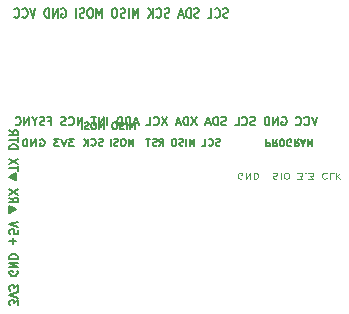
<source format=gbr>
G04 #@! TF.FileFunction,Legend,Bot*
%FSLAX46Y46*%
G04 Gerber Fmt 4.6, Leading zero omitted, Abs format (unit mm)*
G04 Created by KiCad (PCBNEW 4.0.2+dfsg1-stable) date 2018年05月25日 15時51分19秒*
%MOMM*%
G01*
G04 APERTURE LIST*
%ADD10C,0.100000*%
%ADD11C,0.150000*%
%ADD12C,0.175000*%
%ADD13C,0.125000*%
G04 APERTURE END LIST*
D10*
D11*
X69218371Y-76407657D02*
X69132657Y-76436229D01*
X68989800Y-76436229D01*
X68932657Y-76407657D01*
X68904086Y-76379086D01*
X68875514Y-76321943D01*
X68875514Y-76264800D01*
X68904086Y-76207657D01*
X68932657Y-76179086D01*
X68989800Y-76150514D01*
X69104086Y-76121943D01*
X69161228Y-76093371D01*
X69189800Y-76064800D01*
X69218371Y-76007657D01*
X69218371Y-75950514D01*
X69189800Y-75893371D01*
X69161228Y-75864800D01*
X69104086Y-75836229D01*
X68961228Y-75836229D01*
X68875514Y-75864800D01*
X68275514Y-76379086D02*
X68304085Y-76407657D01*
X68389799Y-76436229D01*
X68446942Y-76436229D01*
X68532657Y-76407657D01*
X68589799Y-76350514D01*
X68618371Y-76293371D01*
X68646942Y-76179086D01*
X68646942Y-76093371D01*
X68618371Y-75979086D01*
X68589799Y-75921943D01*
X68532657Y-75864800D01*
X68446942Y-75836229D01*
X68389799Y-75836229D01*
X68304085Y-75864800D01*
X68275514Y-75893371D01*
X67732657Y-76436229D02*
X68018371Y-76436229D01*
X68018371Y-75836229D01*
X67075514Y-76436229D02*
X67075514Y-75836229D01*
X66875514Y-76264800D01*
X66675514Y-75836229D01*
X66675514Y-76436229D01*
X66389800Y-76436229D02*
X66389800Y-75836229D01*
X66132657Y-76407657D02*
X66046943Y-76436229D01*
X65904086Y-76436229D01*
X65846943Y-76407657D01*
X65818372Y-76379086D01*
X65789800Y-76321943D01*
X65789800Y-76264800D01*
X65818372Y-76207657D01*
X65846943Y-76179086D01*
X65904086Y-76150514D01*
X66018372Y-76121943D01*
X66075514Y-76093371D01*
X66104086Y-76064800D01*
X66132657Y-76007657D01*
X66132657Y-75950514D01*
X66104086Y-75893371D01*
X66075514Y-75864800D01*
X66018372Y-75836229D01*
X65875514Y-75836229D01*
X65789800Y-75864800D01*
X65418371Y-75836229D02*
X65304085Y-75836229D01*
X65246943Y-75864800D01*
X65189800Y-75921943D01*
X65161228Y-76036229D01*
X65161228Y-76236229D01*
X65189800Y-76350514D01*
X65246943Y-76407657D01*
X65304085Y-76436229D01*
X65418371Y-76436229D01*
X65475514Y-76407657D01*
X65532657Y-76350514D01*
X65561228Y-76236229D01*
X65561228Y-76036229D01*
X65532657Y-75921943D01*
X65475514Y-75864800D01*
X65418371Y-75836229D01*
X64104086Y-76436229D02*
X64304086Y-76150514D01*
X64446943Y-76436229D02*
X64446943Y-75836229D01*
X64218371Y-75836229D01*
X64161229Y-75864800D01*
X64132657Y-75893371D01*
X64104086Y-75950514D01*
X64104086Y-76036229D01*
X64132657Y-76093371D01*
X64161229Y-76121943D01*
X64218371Y-76150514D01*
X64446943Y-76150514D01*
X63875514Y-76407657D02*
X63789800Y-76436229D01*
X63646943Y-76436229D01*
X63589800Y-76407657D01*
X63561229Y-76379086D01*
X63532657Y-76321943D01*
X63532657Y-76264800D01*
X63561229Y-76207657D01*
X63589800Y-76179086D01*
X63646943Y-76150514D01*
X63761229Y-76121943D01*
X63818371Y-76093371D01*
X63846943Y-76064800D01*
X63875514Y-76007657D01*
X63875514Y-75950514D01*
X63846943Y-75893371D01*
X63818371Y-75864800D01*
X63761229Y-75836229D01*
X63618371Y-75836229D01*
X63532657Y-75864800D01*
X63361228Y-75836229D02*
X63018371Y-75836229D01*
X63189800Y-76436229D02*
X63189800Y-75836229D01*
X61904085Y-76436229D02*
X61904085Y-75836229D01*
X61704085Y-76264800D01*
X61504085Y-75836229D01*
X61504085Y-76436229D01*
X61104085Y-75836229D02*
X60989799Y-75836229D01*
X60932657Y-75864800D01*
X60875514Y-75921943D01*
X60846942Y-76036229D01*
X60846942Y-76236229D01*
X60875514Y-76350514D01*
X60932657Y-76407657D01*
X60989799Y-76436229D01*
X61104085Y-76436229D01*
X61161228Y-76407657D01*
X61218371Y-76350514D01*
X61246942Y-76236229D01*
X61246942Y-76036229D01*
X61218371Y-75921943D01*
X61161228Y-75864800D01*
X61104085Y-75836229D01*
X60618371Y-76407657D02*
X60532657Y-76436229D01*
X60389800Y-76436229D01*
X60332657Y-76407657D01*
X60304086Y-76379086D01*
X60275514Y-76321943D01*
X60275514Y-76264800D01*
X60304086Y-76207657D01*
X60332657Y-76179086D01*
X60389800Y-76150514D01*
X60504086Y-76121943D01*
X60561228Y-76093371D01*
X60589800Y-76064800D01*
X60618371Y-76007657D01*
X60618371Y-75950514D01*
X60589800Y-75893371D01*
X60561228Y-75864800D01*
X60504086Y-75836229D01*
X60361228Y-75836229D01*
X60275514Y-75864800D01*
X60018371Y-76436229D02*
X60018371Y-75836229D01*
X59304085Y-76407657D02*
X59218371Y-76436229D01*
X59075514Y-76436229D01*
X59018371Y-76407657D01*
X58989800Y-76379086D01*
X58961228Y-76321943D01*
X58961228Y-76264800D01*
X58989800Y-76207657D01*
X59018371Y-76179086D01*
X59075514Y-76150514D01*
X59189800Y-76121943D01*
X59246942Y-76093371D01*
X59275514Y-76064800D01*
X59304085Y-76007657D01*
X59304085Y-75950514D01*
X59275514Y-75893371D01*
X59246942Y-75864800D01*
X59189800Y-75836229D01*
X59046942Y-75836229D01*
X58961228Y-75864800D01*
X58361228Y-76379086D02*
X58389799Y-76407657D01*
X58475513Y-76436229D01*
X58532656Y-76436229D01*
X58618371Y-76407657D01*
X58675513Y-76350514D01*
X58704085Y-76293371D01*
X58732656Y-76179086D01*
X58732656Y-76093371D01*
X58704085Y-75979086D01*
X58675513Y-75921943D01*
X58618371Y-75864800D01*
X58532656Y-75836229D01*
X58475513Y-75836229D01*
X58389799Y-75864800D01*
X58361228Y-75893371D01*
X58104085Y-76436229D02*
X58104085Y-75836229D01*
X57761228Y-76436229D02*
X58018371Y-76093371D01*
X57761228Y-75836229D02*
X58104085Y-76179086D01*
X62038542Y-75064629D02*
X62038542Y-74464629D01*
X61838542Y-74893200D01*
X61638542Y-74464629D01*
X61638542Y-75064629D01*
X61352828Y-75064629D02*
X61352828Y-74464629D01*
X61095685Y-75036057D02*
X61009971Y-75064629D01*
X60867114Y-75064629D01*
X60809971Y-75036057D01*
X60781400Y-75007486D01*
X60752828Y-74950343D01*
X60752828Y-74893200D01*
X60781400Y-74836057D01*
X60809971Y-74807486D01*
X60867114Y-74778914D01*
X60981400Y-74750343D01*
X61038542Y-74721771D01*
X61067114Y-74693200D01*
X61095685Y-74636057D01*
X61095685Y-74578914D01*
X61067114Y-74521771D01*
X61038542Y-74493200D01*
X60981400Y-74464629D01*
X60838542Y-74464629D01*
X60752828Y-74493200D01*
X60381399Y-74464629D02*
X60267113Y-74464629D01*
X60209971Y-74493200D01*
X60152828Y-74550343D01*
X60124256Y-74664629D01*
X60124256Y-74864629D01*
X60152828Y-74978914D01*
X60209971Y-75036057D01*
X60267113Y-75064629D01*
X60381399Y-75064629D01*
X60438542Y-75036057D01*
X60495685Y-74978914D01*
X60524256Y-74864629D01*
X60524256Y-74664629D01*
X60495685Y-74550343D01*
X60438542Y-74493200D01*
X60381399Y-74464629D01*
X59409971Y-75064629D02*
X59409971Y-74464629D01*
X59209971Y-74893200D01*
X59009971Y-74464629D01*
X59009971Y-75064629D01*
X58609971Y-74464629D02*
X58495685Y-74464629D01*
X58438543Y-74493200D01*
X58381400Y-74550343D01*
X58352828Y-74664629D01*
X58352828Y-74864629D01*
X58381400Y-74978914D01*
X58438543Y-75036057D01*
X58495685Y-75064629D01*
X58609971Y-75064629D01*
X58667114Y-75036057D01*
X58724257Y-74978914D01*
X58752828Y-74864629D01*
X58752828Y-74664629D01*
X58724257Y-74550343D01*
X58667114Y-74493200D01*
X58609971Y-74464629D01*
X58124257Y-75036057D02*
X58038543Y-75064629D01*
X57895686Y-75064629D01*
X57838543Y-75036057D01*
X57809972Y-75007486D01*
X57781400Y-74950343D01*
X57781400Y-74893200D01*
X57809972Y-74836057D01*
X57838543Y-74807486D01*
X57895686Y-74778914D01*
X58009972Y-74750343D01*
X58067114Y-74721771D01*
X58095686Y-74693200D01*
X58124257Y-74636057D01*
X58124257Y-74578914D01*
X58095686Y-74521771D01*
X58067114Y-74493200D01*
X58009972Y-74464629D01*
X57867114Y-74464629D01*
X57781400Y-74493200D01*
X57524257Y-75064629D02*
X57524257Y-74464629D01*
D12*
X69923599Y-65566610D02*
X69823599Y-65604705D01*
X69656932Y-65604705D01*
X69590265Y-65566610D01*
X69556932Y-65528514D01*
X69523599Y-65452324D01*
X69523599Y-65376133D01*
X69556932Y-65299943D01*
X69590265Y-65261848D01*
X69656932Y-65223752D01*
X69790265Y-65185657D01*
X69856932Y-65147562D01*
X69890265Y-65109467D01*
X69923599Y-65033276D01*
X69923599Y-64957086D01*
X69890265Y-64880895D01*
X69856932Y-64842800D01*
X69790265Y-64804705D01*
X69623599Y-64804705D01*
X69523599Y-64842800D01*
X68823598Y-65528514D02*
X68856932Y-65566610D01*
X68956932Y-65604705D01*
X69023598Y-65604705D01*
X69123598Y-65566610D01*
X69190265Y-65490419D01*
X69223598Y-65414229D01*
X69256932Y-65261848D01*
X69256932Y-65147562D01*
X69223598Y-64995181D01*
X69190265Y-64918990D01*
X69123598Y-64842800D01*
X69023598Y-64804705D01*
X68956932Y-64804705D01*
X68856932Y-64842800D01*
X68823598Y-64880895D01*
X68190265Y-65604705D02*
X68523598Y-65604705D01*
X68523598Y-64804705D01*
X67456932Y-65566610D02*
X67356932Y-65604705D01*
X67190265Y-65604705D01*
X67123598Y-65566610D01*
X67090265Y-65528514D01*
X67056932Y-65452324D01*
X67056932Y-65376133D01*
X67090265Y-65299943D01*
X67123598Y-65261848D01*
X67190265Y-65223752D01*
X67323598Y-65185657D01*
X67390265Y-65147562D01*
X67423598Y-65109467D01*
X67456932Y-65033276D01*
X67456932Y-64957086D01*
X67423598Y-64880895D01*
X67390265Y-64842800D01*
X67323598Y-64804705D01*
X67156932Y-64804705D01*
X67056932Y-64842800D01*
X66756931Y-65604705D02*
X66756931Y-64804705D01*
X66590265Y-64804705D01*
X66490265Y-64842800D01*
X66423598Y-64918990D01*
X66390265Y-64995181D01*
X66356931Y-65147562D01*
X66356931Y-65261848D01*
X66390265Y-65414229D01*
X66423598Y-65490419D01*
X66490265Y-65566610D01*
X66590265Y-65604705D01*
X66756931Y-65604705D01*
X66090265Y-65376133D02*
X65756931Y-65376133D01*
X66156931Y-65604705D02*
X65923598Y-64804705D01*
X65690265Y-65604705D01*
X64956932Y-65566610D02*
X64856932Y-65604705D01*
X64690265Y-65604705D01*
X64623598Y-65566610D01*
X64590265Y-65528514D01*
X64556932Y-65452324D01*
X64556932Y-65376133D01*
X64590265Y-65299943D01*
X64623598Y-65261848D01*
X64690265Y-65223752D01*
X64823598Y-65185657D01*
X64890265Y-65147562D01*
X64923598Y-65109467D01*
X64956932Y-65033276D01*
X64956932Y-64957086D01*
X64923598Y-64880895D01*
X64890265Y-64842800D01*
X64823598Y-64804705D01*
X64656932Y-64804705D01*
X64556932Y-64842800D01*
X63856931Y-65528514D02*
X63890265Y-65566610D01*
X63990265Y-65604705D01*
X64056931Y-65604705D01*
X64156931Y-65566610D01*
X64223598Y-65490419D01*
X64256931Y-65414229D01*
X64290265Y-65261848D01*
X64290265Y-65147562D01*
X64256931Y-64995181D01*
X64223598Y-64918990D01*
X64156931Y-64842800D01*
X64056931Y-64804705D01*
X63990265Y-64804705D01*
X63890265Y-64842800D01*
X63856931Y-64880895D01*
X63556931Y-65604705D02*
X63556931Y-64804705D01*
X63156931Y-65604705D02*
X63456931Y-65147562D01*
X63156931Y-64804705D02*
X63556931Y-65261848D01*
X62323598Y-65604705D02*
X62323598Y-64804705D01*
X62090265Y-65376133D01*
X61856932Y-64804705D01*
X61856932Y-65604705D01*
X61523598Y-65604705D02*
X61523598Y-64804705D01*
X61223599Y-65566610D02*
X61123599Y-65604705D01*
X60956932Y-65604705D01*
X60890265Y-65566610D01*
X60856932Y-65528514D01*
X60823599Y-65452324D01*
X60823599Y-65376133D01*
X60856932Y-65299943D01*
X60890265Y-65261848D01*
X60956932Y-65223752D01*
X61090265Y-65185657D01*
X61156932Y-65147562D01*
X61190265Y-65109467D01*
X61223599Y-65033276D01*
X61223599Y-64957086D01*
X61190265Y-64880895D01*
X61156932Y-64842800D01*
X61090265Y-64804705D01*
X60923599Y-64804705D01*
X60823599Y-64842800D01*
X60390265Y-64804705D02*
X60256932Y-64804705D01*
X60190265Y-64842800D01*
X60123598Y-64918990D01*
X60090265Y-65071371D01*
X60090265Y-65338038D01*
X60123598Y-65490419D01*
X60190265Y-65566610D01*
X60256932Y-65604705D01*
X60390265Y-65604705D01*
X60456932Y-65566610D01*
X60523598Y-65490419D01*
X60556932Y-65338038D01*
X60556932Y-65071371D01*
X60523598Y-64918990D01*
X60456932Y-64842800D01*
X60390265Y-64804705D01*
X59256932Y-65604705D02*
X59256932Y-64804705D01*
X59023599Y-65376133D01*
X58790266Y-64804705D01*
X58790266Y-65604705D01*
X58323599Y-64804705D02*
X58190266Y-64804705D01*
X58123599Y-64842800D01*
X58056932Y-64918990D01*
X58023599Y-65071371D01*
X58023599Y-65338038D01*
X58056932Y-65490419D01*
X58123599Y-65566610D01*
X58190266Y-65604705D01*
X58323599Y-65604705D01*
X58390266Y-65566610D01*
X58456932Y-65490419D01*
X58490266Y-65338038D01*
X58490266Y-65071371D01*
X58456932Y-64918990D01*
X58390266Y-64842800D01*
X58323599Y-64804705D01*
X57756933Y-65566610D02*
X57656933Y-65604705D01*
X57490266Y-65604705D01*
X57423599Y-65566610D01*
X57390266Y-65528514D01*
X57356933Y-65452324D01*
X57356933Y-65376133D01*
X57390266Y-65299943D01*
X57423599Y-65261848D01*
X57490266Y-65223752D01*
X57623599Y-65185657D01*
X57690266Y-65147562D01*
X57723599Y-65109467D01*
X57756933Y-65033276D01*
X57756933Y-64957086D01*
X57723599Y-64880895D01*
X57690266Y-64842800D01*
X57623599Y-64804705D01*
X57456933Y-64804705D01*
X57356933Y-64842800D01*
X57056932Y-65604705D02*
X57056932Y-64804705D01*
X55823600Y-64842800D02*
X55890266Y-64804705D01*
X55990266Y-64804705D01*
X56090266Y-64842800D01*
X56156933Y-64918990D01*
X56190266Y-64995181D01*
X56223600Y-65147562D01*
X56223600Y-65261848D01*
X56190266Y-65414229D01*
X56156933Y-65490419D01*
X56090266Y-65566610D01*
X55990266Y-65604705D01*
X55923600Y-65604705D01*
X55823600Y-65566610D01*
X55790266Y-65528514D01*
X55790266Y-65261848D01*
X55923600Y-65261848D01*
X55490266Y-65604705D02*
X55490266Y-64804705D01*
X55090266Y-65604705D01*
X55090266Y-64804705D01*
X54756933Y-65604705D02*
X54756933Y-64804705D01*
X54590267Y-64804705D01*
X54490267Y-64842800D01*
X54423600Y-64918990D01*
X54390267Y-64995181D01*
X54356933Y-65147562D01*
X54356933Y-65261848D01*
X54390267Y-65414229D01*
X54423600Y-65490419D01*
X54490267Y-65566610D01*
X54590267Y-65604705D01*
X54756933Y-65604705D01*
X53623600Y-64804705D02*
X53390267Y-65604705D01*
X53156934Y-64804705D01*
X52523600Y-65528514D02*
X52556934Y-65566610D01*
X52656934Y-65604705D01*
X52723600Y-65604705D01*
X52823600Y-65566610D01*
X52890267Y-65490419D01*
X52923600Y-65414229D01*
X52956934Y-65261848D01*
X52956934Y-65147562D01*
X52923600Y-64995181D01*
X52890267Y-64918990D01*
X52823600Y-64842800D01*
X52723600Y-64804705D01*
X52656934Y-64804705D01*
X52556934Y-64842800D01*
X52523600Y-64880895D01*
X51823600Y-65528514D02*
X51856934Y-65566610D01*
X51956934Y-65604705D01*
X52023600Y-65604705D01*
X52123600Y-65566610D01*
X52190267Y-65490419D01*
X52223600Y-65414229D01*
X52256934Y-65261848D01*
X52256934Y-65147562D01*
X52223600Y-64995181D01*
X52190267Y-64918990D01*
X52123600Y-64842800D01*
X52023600Y-64804705D01*
X51956934Y-64804705D01*
X51856934Y-64842800D01*
X51823600Y-64880895D01*
D11*
X77483598Y-74003467D02*
X77250265Y-74703467D01*
X77016932Y-74003467D01*
X76383598Y-74636800D02*
X76416932Y-74670133D01*
X76516932Y-74703467D01*
X76583598Y-74703467D01*
X76683598Y-74670133D01*
X76750265Y-74603467D01*
X76783598Y-74536800D01*
X76816932Y-74403467D01*
X76816932Y-74303467D01*
X76783598Y-74170133D01*
X76750265Y-74103467D01*
X76683598Y-74036800D01*
X76583598Y-74003467D01*
X76516932Y-74003467D01*
X76416932Y-74036800D01*
X76383598Y-74070133D01*
X75683598Y-74636800D02*
X75716932Y-74670133D01*
X75816932Y-74703467D01*
X75883598Y-74703467D01*
X75983598Y-74670133D01*
X76050265Y-74603467D01*
X76083598Y-74536800D01*
X76116932Y-74403467D01*
X76116932Y-74303467D01*
X76083598Y-74170133D01*
X76050265Y-74103467D01*
X75983598Y-74036800D01*
X75883598Y-74003467D01*
X75816932Y-74003467D01*
X75716932Y-74036800D01*
X75683598Y-74070133D01*
X74483599Y-74036800D02*
X74550265Y-74003467D01*
X74650265Y-74003467D01*
X74750265Y-74036800D01*
X74816932Y-74103467D01*
X74850265Y-74170133D01*
X74883599Y-74303467D01*
X74883599Y-74403467D01*
X74850265Y-74536800D01*
X74816932Y-74603467D01*
X74750265Y-74670133D01*
X74650265Y-74703467D01*
X74583599Y-74703467D01*
X74483599Y-74670133D01*
X74450265Y-74636800D01*
X74450265Y-74403467D01*
X74583599Y-74403467D01*
X74150265Y-74703467D02*
X74150265Y-74003467D01*
X73750265Y-74703467D01*
X73750265Y-74003467D01*
X73416932Y-74703467D02*
X73416932Y-74003467D01*
X73250266Y-74003467D01*
X73150266Y-74036800D01*
X73083599Y-74103467D01*
X73050266Y-74170133D01*
X73016932Y-74303467D01*
X73016932Y-74403467D01*
X73050266Y-74536800D01*
X73083599Y-74603467D01*
X73150266Y-74670133D01*
X73250266Y-74703467D01*
X73416932Y-74703467D01*
X72216933Y-74670133D02*
X72116933Y-74703467D01*
X71950266Y-74703467D01*
X71883599Y-74670133D01*
X71850266Y-74636800D01*
X71816933Y-74570133D01*
X71816933Y-74503467D01*
X71850266Y-74436800D01*
X71883599Y-74403467D01*
X71950266Y-74370133D01*
X72083599Y-74336800D01*
X72150266Y-74303467D01*
X72183599Y-74270133D01*
X72216933Y-74203467D01*
X72216933Y-74136800D01*
X72183599Y-74070133D01*
X72150266Y-74036800D01*
X72083599Y-74003467D01*
X71916933Y-74003467D01*
X71816933Y-74036800D01*
X71116932Y-74636800D02*
X71150266Y-74670133D01*
X71250266Y-74703467D01*
X71316932Y-74703467D01*
X71416932Y-74670133D01*
X71483599Y-74603467D01*
X71516932Y-74536800D01*
X71550266Y-74403467D01*
X71550266Y-74303467D01*
X71516932Y-74170133D01*
X71483599Y-74103467D01*
X71416932Y-74036800D01*
X71316932Y-74003467D01*
X71250266Y-74003467D01*
X71150266Y-74036800D01*
X71116932Y-74070133D01*
X70483599Y-74703467D02*
X70816932Y-74703467D01*
X70816932Y-74003467D01*
X69750266Y-74670133D02*
X69650266Y-74703467D01*
X69483599Y-74703467D01*
X69416932Y-74670133D01*
X69383599Y-74636800D01*
X69350266Y-74570133D01*
X69350266Y-74503467D01*
X69383599Y-74436800D01*
X69416932Y-74403467D01*
X69483599Y-74370133D01*
X69616932Y-74336800D01*
X69683599Y-74303467D01*
X69716932Y-74270133D01*
X69750266Y-74203467D01*
X69750266Y-74136800D01*
X69716932Y-74070133D01*
X69683599Y-74036800D01*
X69616932Y-74003467D01*
X69450266Y-74003467D01*
X69350266Y-74036800D01*
X69050265Y-74703467D02*
X69050265Y-74003467D01*
X68883599Y-74003467D01*
X68783599Y-74036800D01*
X68716932Y-74103467D01*
X68683599Y-74170133D01*
X68650265Y-74303467D01*
X68650265Y-74403467D01*
X68683599Y-74536800D01*
X68716932Y-74603467D01*
X68783599Y-74670133D01*
X68883599Y-74703467D01*
X69050265Y-74703467D01*
X68383599Y-74503467D02*
X68050265Y-74503467D01*
X68450265Y-74703467D02*
X68216932Y-74003467D01*
X67983599Y-74703467D01*
X67283599Y-74003467D02*
X66816932Y-74703467D01*
X66816932Y-74003467D02*
X67283599Y-74703467D01*
X66550265Y-74703467D02*
X66550265Y-74003467D01*
X66383599Y-74003467D01*
X66283599Y-74036800D01*
X66216932Y-74103467D01*
X66183599Y-74170133D01*
X66150265Y-74303467D01*
X66150265Y-74403467D01*
X66183599Y-74536800D01*
X66216932Y-74603467D01*
X66283599Y-74670133D01*
X66383599Y-74703467D01*
X66550265Y-74703467D01*
X65883599Y-74503467D02*
X65550265Y-74503467D01*
X65950265Y-74703467D02*
X65716932Y-74003467D01*
X65483599Y-74703467D01*
X64783599Y-74003467D02*
X64316932Y-74703467D01*
X64316932Y-74003467D02*
X64783599Y-74703467D01*
X63650265Y-74636800D02*
X63683599Y-74670133D01*
X63783599Y-74703467D01*
X63850265Y-74703467D01*
X63950265Y-74670133D01*
X64016932Y-74603467D01*
X64050265Y-74536800D01*
X64083599Y-74403467D01*
X64083599Y-74303467D01*
X64050265Y-74170133D01*
X64016932Y-74103467D01*
X63950265Y-74036800D01*
X63850265Y-74003467D01*
X63783599Y-74003467D01*
X63683599Y-74036800D01*
X63650265Y-74070133D01*
X63016932Y-74703467D02*
X63350265Y-74703467D01*
X63350265Y-74003467D01*
X62283599Y-74503467D02*
X61950265Y-74503467D01*
X62350265Y-74703467D02*
X62116932Y-74003467D01*
X61883599Y-74703467D01*
X61650265Y-74703467D02*
X61650265Y-74003467D01*
X61483599Y-74003467D01*
X61383599Y-74036800D01*
X61316932Y-74103467D01*
X61283599Y-74170133D01*
X61250265Y-74303467D01*
X61250265Y-74403467D01*
X61283599Y-74536800D01*
X61316932Y-74603467D01*
X61383599Y-74670133D01*
X61483599Y-74703467D01*
X61650265Y-74703467D01*
X60950265Y-74703467D02*
X60950265Y-74003467D01*
X60783599Y-74003467D01*
X60683599Y-74036800D01*
X60616932Y-74103467D01*
X60583599Y-74170133D01*
X60550265Y-74303467D01*
X60550265Y-74403467D01*
X60583599Y-74536800D01*
X60616932Y-74603467D01*
X60683599Y-74670133D01*
X60783599Y-74703467D01*
X60950265Y-74703467D01*
X59716932Y-74703467D02*
X59716932Y-74003467D01*
X59383599Y-74703467D02*
X59383599Y-74003467D01*
X58983599Y-74703467D01*
X58983599Y-74003467D01*
X58750266Y-74003467D02*
X58350266Y-74003467D01*
X58550266Y-74703467D02*
X58550266Y-74003467D01*
X57583600Y-74703467D02*
X57583600Y-74003467D01*
X57183600Y-74703467D01*
X57183600Y-74003467D01*
X56450267Y-74636800D02*
X56483601Y-74670133D01*
X56583601Y-74703467D01*
X56650267Y-74703467D01*
X56750267Y-74670133D01*
X56816934Y-74603467D01*
X56850267Y-74536800D01*
X56883601Y-74403467D01*
X56883601Y-74303467D01*
X56850267Y-74170133D01*
X56816934Y-74103467D01*
X56750267Y-74036800D01*
X56650267Y-74003467D01*
X56583601Y-74003467D01*
X56483601Y-74036800D01*
X56450267Y-74070133D01*
X56183601Y-74670133D02*
X56083601Y-74703467D01*
X55916934Y-74703467D01*
X55850267Y-74670133D01*
X55816934Y-74636800D01*
X55783601Y-74570133D01*
X55783601Y-74503467D01*
X55816934Y-74436800D01*
X55850267Y-74403467D01*
X55916934Y-74370133D01*
X56050267Y-74336800D01*
X56116934Y-74303467D01*
X56150267Y-74270133D01*
X56183601Y-74203467D01*
X56183601Y-74136800D01*
X56150267Y-74070133D01*
X56116934Y-74036800D01*
X56050267Y-74003467D01*
X55883601Y-74003467D01*
X55783601Y-74036800D01*
X54716934Y-74336800D02*
X54950267Y-74336800D01*
X54950267Y-74703467D02*
X54950267Y-74003467D01*
X54616934Y-74003467D01*
X54383601Y-74670133D02*
X54283601Y-74703467D01*
X54116934Y-74703467D01*
X54050267Y-74670133D01*
X54016934Y-74636800D01*
X53983601Y-74570133D01*
X53983601Y-74503467D01*
X54016934Y-74436800D01*
X54050267Y-74403467D01*
X54116934Y-74370133D01*
X54250267Y-74336800D01*
X54316934Y-74303467D01*
X54350267Y-74270133D01*
X54383601Y-74203467D01*
X54383601Y-74136800D01*
X54350267Y-74070133D01*
X54316934Y-74036800D01*
X54250267Y-74003467D01*
X54083601Y-74003467D01*
X53983601Y-74036800D01*
X53550267Y-74370133D02*
X53550267Y-74703467D01*
X53783600Y-74003467D02*
X53550267Y-74370133D01*
X53316934Y-74003467D01*
X53083600Y-74703467D02*
X53083600Y-74003467D01*
X52683600Y-74703467D01*
X52683600Y-74003467D01*
X51950267Y-74636800D02*
X51983601Y-74670133D01*
X52083601Y-74703467D01*
X52150267Y-74703467D01*
X52250267Y-74670133D01*
X52316934Y-74603467D01*
X52350267Y-74536800D01*
X52383601Y-74403467D01*
X52383601Y-74303467D01*
X52350267Y-74170133D01*
X52316934Y-74103467D01*
X52250267Y-74036800D01*
X52150267Y-74003467D01*
X52083601Y-74003467D01*
X51983601Y-74036800D01*
X51950267Y-74070133D01*
X73126172Y-75893371D02*
X73126172Y-76493371D01*
X73354744Y-76493371D01*
X73411886Y-76464800D01*
X73440458Y-76436229D01*
X73469029Y-76379086D01*
X73469029Y-76293371D01*
X73440458Y-76236229D01*
X73411886Y-76207657D01*
X73354744Y-76179086D01*
X73126172Y-76179086D01*
X74069029Y-75893371D02*
X73869029Y-76179086D01*
X73726172Y-75893371D02*
X73726172Y-76493371D01*
X73954744Y-76493371D01*
X74011886Y-76464800D01*
X74040458Y-76436229D01*
X74069029Y-76379086D01*
X74069029Y-76293371D01*
X74040458Y-76236229D01*
X74011886Y-76207657D01*
X73954744Y-76179086D01*
X73726172Y-76179086D01*
X74440458Y-76493371D02*
X74554744Y-76493371D01*
X74611886Y-76464800D01*
X74669029Y-76407657D01*
X74697601Y-76293371D01*
X74697601Y-76093371D01*
X74669029Y-75979086D01*
X74611886Y-75921943D01*
X74554744Y-75893371D01*
X74440458Y-75893371D01*
X74383315Y-75921943D01*
X74326172Y-75979086D01*
X74297601Y-76093371D01*
X74297601Y-76293371D01*
X74326172Y-76407657D01*
X74383315Y-76464800D01*
X74440458Y-76493371D01*
X75269029Y-76464800D02*
X75211886Y-76493371D01*
X75126172Y-76493371D01*
X75040457Y-76464800D01*
X74983315Y-76407657D01*
X74954743Y-76350514D01*
X74926172Y-76236229D01*
X74926172Y-76150514D01*
X74954743Y-76036229D01*
X74983315Y-75979086D01*
X75040457Y-75921943D01*
X75126172Y-75893371D01*
X75183315Y-75893371D01*
X75269029Y-75921943D01*
X75297600Y-75950514D01*
X75297600Y-76150514D01*
X75183315Y-76150514D01*
X75897600Y-75893371D02*
X75697600Y-76179086D01*
X75554743Y-75893371D02*
X75554743Y-76493371D01*
X75783315Y-76493371D01*
X75840457Y-76464800D01*
X75869029Y-76436229D01*
X75897600Y-76379086D01*
X75897600Y-76293371D01*
X75869029Y-76236229D01*
X75840457Y-76207657D01*
X75783315Y-76179086D01*
X75554743Y-76179086D01*
X76126172Y-76064800D02*
X76411886Y-76064800D01*
X76069029Y-75893371D02*
X76269029Y-76493371D01*
X76469029Y-75893371D01*
X76669029Y-75893371D02*
X76669029Y-76493371D01*
X76869029Y-76064800D01*
X77069029Y-76493371D01*
X77069029Y-75893371D01*
D12*
X52112933Y-89964800D02*
X52112933Y-89531467D01*
X51846267Y-89764800D01*
X51846267Y-89664800D01*
X51812933Y-89598133D01*
X51779600Y-89564800D01*
X51712933Y-89531467D01*
X51546267Y-89531467D01*
X51479600Y-89564800D01*
X51446267Y-89598133D01*
X51412933Y-89664800D01*
X51412933Y-89864800D01*
X51446267Y-89931467D01*
X51479600Y-89964800D01*
X52112933Y-89331466D02*
X51412933Y-89098133D01*
X52112933Y-88864800D01*
X52112933Y-88698133D02*
X52112933Y-88264800D01*
X51846267Y-88498133D01*
X51846267Y-88398133D01*
X51812933Y-88331466D01*
X51779600Y-88298133D01*
X51712933Y-88264800D01*
X51546267Y-88264800D01*
X51479600Y-88298133D01*
X51446267Y-88331466D01*
X51412933Y-88398133D01*
X51412933Y-88598133D01*
X51446267Y-88664800D01*
X51479600Y-88698133D01*
X52079600Y-87064800D02*
X52112933Y-87131466D01*
X52112933Y-87231466D01*
X52079600Y-87331466D01*
X52012933Y-87398133D01*
X51946267Y-87431466D01*
X51812933Y-87464800D01*
X51712933Y-87464800D01*
X51579600Y-87431466D01*
X51512933Y-87398133D01*
X51446267Y-87331466D01*
X51412933Y-87231466D01*
X51412933Y-87164800D01*
X51446267Y-87064800D01*
X51479600Y-87031466D01*
X51712933Y-87031466D01*
X51712933Y-87164800D01*
X51412933Y-86731466D02*
X52112933Y-86731466D01*
X51412933Y-86331466D01*
X52112933Y-86331466D01*
X51412933Y-85998133D02*
X52112933Y-85998133D01*
X52112933Y-85831467D01*
X52079600Y-85731467D01*
X52012933Y-85664800D01*
X51946267Y-85631467D01*
X51812933Y-85598133D01*
X51712933Y-85598133D01*
X51579600Y-85631467D01*
X51512933Y-85664800D01*
X51446267Y-85731467D01*
X51412933Y-85831467D01*
X51412933Y-85998133D01*
X51679600Y-84764800D02*
X51679600Y-84231467D01*
X51412933Y-84498134D02*
X51946267Y-84498134D01*
X52112933Y-83564800D02*
X52112933Y-83898133D01*
X51779600Y-83931467D01*
X51812933Y-83898133D01*
X51846267Y-83831467D01*
X51846267Y-83664800D01*
X51812933Y-83598133D01*
X51779600Y-83564800D01*
X51712933Y-83531467D01*
X51546267Y-83531467D01*
X51479600Y-83564800D01*
X51446267Y-83598133D01*
X51412933Y-83664800D01*
X51412933Y-83831467D01*
X51446267Y-83898133D01*
X51479600Y-83931467D01*
X52112933Y-83331466D02*
X51412933Y-83098133D01*
X52112933Y-82864800D01*
X51446267Y-82098133D02*
X51412933Y-82098133D01*
X51512933Y-82064800D02*
X51412933Y-82064800D01*
X51579600Y-82031467D02*
X51412933Y-82031467D01*
X51646267Y-81998133D02*
X51412933Y-81998133D01*
X51679600Y-81964800D02*
X51412933Y-81964800D01*
X51746267Y-81931467D02*
X51412933Y-81931467D01*
X51812933Y-81898133D02*
X51412933Y-81898133D01*
X51879600Y-81864800D02*
X51412933Y-81864800D01*
X51946267Y-81831467D02*
X51412933Y-81831467D01*
X51879600Y-81798133D02*
X51412933Y-81798133D01*
X51812933Y-81764800D02*
X51412933Y-81764800D01*
X51746267Y-81731467D02*
X51412933Y-81731467D01*
X51679600Y-81698133D02*
X51412933Y-81698133D01*
X51646267Y-81664800D02*
X51412933Y-81664800D01*
X51579600Y-81631467D02*
X51412933Y-81631467D01*
X51512933Y-81598133D02*
X51412933Y-81598133D01*
X51412933Y-81564800D02*
X51912933Y-81831467D01*
X51412933Y-82098133D01*
X51446267Y-81564800D02*
X51412933Y-81564800D01*
X51946267Y-81831467D02*
X51412933Y-81531467D01*
X51412933Y-82131467D01*
X51946267Y-81831467D01*
X51412933Y-80831466D02*
X51746267Y-81064800D01*
X51412933Y-81231466D02*
X52112933Y-81231466D01*
X52112933Y-80964800D01*
X52079600Y-80898133D01*
X52046267Y-80864800D01*
X51979600Y-80831466D01*
X51879600Y-80831466D01*
X51812933Y-80864800D01*
X51779600Y-80898133D01*
X51746267Y-80964800D01*
X51746267Y-81231466D01*
X52112933Y-80598133D02*
X51412933Y-80131466D01*
X52112933Y-80131466D02*
X51412933Y-80598133D01*
X51912933Y-78798133D02*
X51946267Y-78798133D01*
X51846267Y-78831466D02*
X51946267Y-78831466D01*
X51779600Y-78864800D02*
X51946267Y-78864800D01*
X51712933Y-78898133D02*
X51946267Y-78898133D01*
X51679600Y-78931466D02*
X51946267Y-78931466D01*
X51612933Y-78964800D02*
X51946267Y-78964800D01*
X51546267Y-78998133D02*
X51946267Y-78998133D01*
X51479600Y-79031466D02*
X51946267Y-79031466D01*
X51412933Y-79064800D02*
X51946267Y-79064800D01*
X51479600Y-79098133D02*
X51946267Y-79098133D01*
X51546267Y-79131466D02*
X51946267Y-79131466D01*
X51612933Y-79164800D02*
X51946267Y-79164800D01*
X51679600Y-79198133D02*
X51946267Y-79198133D01*
X51712933Y-79231466D02*
X51946267Y-79231466D01*
X51779600Y-79264800D02*
X51946267Y-79264800D01*
X51846267Y-79298133D02*
X51946267Y-79298133D01*
X51946267Y-79331466D02*
X51446267Y-79064800D01*
X51946267Y-78798133D01*
X51912933Y-79331466D02*
X51946267Y-79331466D01*
X51412933Y-79064800D02*
X51946267Y-79364800D01*
X51946267Y-78764800D01*
X51412933Y-79064800D01*
X52112933Y-78564799D02*
X52112933Y-78164799D01*
X51412933Y-78364799D02*
X52112933Y-78364799D01*
X52112933Y-77998133D02*
X51412933Y-77531466D01*
X52112933Y-77531466D02*
X51412933Y-77998133D01*
X51412933Y-76731466D02*
X52112933Y-76731466D01*
X52112933Y-76564800D01*
X52079600Y-76464800D01*
X52012933Y-76398133D01*
X51946267Y-76364800D01*
X51812933Y-76331466D01*
X51712933Y-76331466D01*
X51579600Y-76364800D01*
X51512933Y-76398133D01*
X51446267Y-76464800D01*
X51412933Y-76564800D01*
X51412933Y-76731466D01*
X52112933Y-76131466D02*
X52112933Y-75731466D01*
X51412933Y-75931466D02*
X52112933Y-75931466D01*
X51412933Y-75098133D02*
X51746267Y-75331467D01*
X51412933Y-75498133D02*
X52112933Y-75498133D01*
X52112933Y-75231467D01*
X52079600Y-75164800D01*
X52046267Y-75131467D01*
X51979600Y-75098133D01*
X51879600Y-75098133D01*
X51812933Y-75131467D01*
X51779600Y-75164800D01*
X51746267Y-75231467D01*
X51746267Y-75498133D01*
D11*
X56901400Y-75887029D02*
X56468067Y-75887029D01*
X56701400Y-76115600D01*
X56601400Y-76115600D01*
X56534733Y-76144171D01*
X56501400Y-76172743D01*
X56468067Y-76229886D01*
X56468067Y-76372743D01*
X56501400Y-76429886D01*
X56534733Y-76458457D01*
X56601400Y-76487029D01*
X56801400Y-76487029D01*
X56868067Y-76458457D01*
X56901400Y-76429886D01*
X56268066Y-75887029D02*
X56034733Y-76487029D01*
X55801400Y-75887029D01*
X55634733Y-75887029D02*
X55201400Y-75887029D01*
X55434733Y-76115600D01*
X55334733Y-76115600D01*
X55268066Y-76144171D01*
X55234733Y-76172743D01*
X55201400Y-76229886D01*
X55201400Y-76372743D01*
X55234733Y-76429886D01*
X55268066Y-76458457D01*
X55334733Y-76487029D01*
X55534733Y-76487029D01*
X55601400Y-76458457D01*
X55634733Y-76429886D01*
X54001400Y-75915600D02*
X54068066Y-75887029D01*
X54168066Y-75887029D01*
X54268066Y-75915600D01*
X54334733Y-75972743D01*
X54368066Y-76029886D01*
X54401400Y-76144171D01*
X54401400Y-76229886D01*
X54368066Y-76344171D01*
X54334733Y-76401314D01*
X54268066Y-76458457D01*
X54168066Y-76487029D01*
X54101400Y-76487029D01*
X54001400Y-76458457D01*
X53968066Y-76429886D01*
X53968066Y-76229886D01*
X54101400Y-76229886D01*
X53668066Y-76487029D02*
X53668066Y-75887029D01*
X53268066Y-76487029D01*
X53268066Y-75887029D01*
X52934733Y-76487029D02*
X52934733Y-75887029D01*
X52768067Y-75887029D01*
X52668067Y-75915600D01*
X52601400Y-75972743D01*
X52568067Y-76029886D01*
X52534733Y-76144171D01*
X52534733Y-76229886D01*
X52568067Y-76344171D01*
X52601400Y-76401314D01*
X52668067Y-76458457D01*
X52768067Y-76487029D01*
X52934733Y-76487029D01*
D13*
X71120219Y-79208800D02*
X71058314Y-79232610D01*
X70965457Y-79232610D01*
X70872600Y-79208800D01*
X70810695Y-79161181D01*
X70779743Y-79113562D01*
X70748791Y-79018324D01*
X70748791Y-78946895D01*
X70779743Y-78851657D01*
X70810695Y-78804038D01*
X70872600Y-78756419D01*
X70965457Y-78732610D01*
X71027362Y-78732610D01*
X71120219Y-78756419D01*
X71151171Y-78780229D01*
X71151171Y-78946895D01*
X71027362Y-78946895D01*
X71429743Y-78732610D02*
X71429743Y-79232610D01*
X71801171Y-78732610D01*
X71801171Y-79232610D01*
X72110695Y-78732610D02*
X72110695Y-79232610D01*
X72265457Y-79232610D01*
X72358314Y-79208800D01*
X72420219Y-79161181D01*
X72451171Y-79113562D01*
X72482123Y-79018324D01*
X72482123Y-78946895D01*
X72451171Y-78851657D01*
X72420219Y-78804038D01*
X72358314Y-78756419D01*
X72265457Y-78732610D01*
X72110695Y-78732610D01*
X73720219Y-78756419D02*
X73813076Y-78732610D01*
X73967838Y-78732610D01*
X74029742Y-78756419D01*
X74060695Y-78780229D01*
X74091647Y-78827848D01*
X74091647Y-78875467D01*
X74060695Y-78923086D01*
X74029742Y-78946895D01*
X73967838Y-78970705D01*
X73844028Y-78994514D01*
X73782123Y-79018324D01*
X73751171Y-79042133D01*
X73720219Y-79089752D01*
X73720219Y-79137371D01*
X73751171Y-79184990D01*
X73782123Y-79208800D01*
X73844028Y-79232610D01*
X73998790Y-79232610D01*
X74091647Y-79208800D01*
X74370219Y-78732610D02*
X74370219Y-79232610D01*
X74803552Y-79232610D02*
X74927362Y-79232610D01*
X74989267Y-79208800D01*
X75051171Y-79161181D01*
X75082124Y-79065943D01*
X75082124Y-78899276D01*
X75051171Y-78804038D01*
X74989267Y-78756419D01*
X74927362Y-78732610D01*
X74803552Y-78732610D01*
X74741648Y-78756419D01*
X74679743Y-78804038D01*
X74648791Y-78899276D01*
X74648791Y-79065943D01*
X74679743Y-79161181D01*
X74741648Y-79208800D01*
X74803552Y-79232610D01*
X75794028Y-79232610D02*
X76196409Y-79232610D01*
X75979742Y-79042133D01*
X76072600Y-79042133D01*
X76134504Y-79018324D01*
X76165457Y-78994514D01*
X76196409Y-78946895D01*
X76196409Y-78827848D01*
X76165457Y-78780229D01*
X76134504Y-78756419D01*
X76072600Y-78732610D01*
X75886885Y-78732610D01*
X75824981Y-78756419D01*
X75794028Y-78780229D01*
X76474981Y-78780229D02*
X76505933Y-78756419D01*
X76474981Y-78732610D01*
X76444029Y-78756419D01*
X76474981Y-78780229D01*
X76474981Y-78732610D01*
X76722600Y-79232610D02*
X77124981Y-79232610D01*
X76908314Y-79042133D01*
X77001172Y-79042133D01*
X77063076Y-79018324D01*
X77094029Y-78994514D01*
X77124981Y-78946895D01*
X77124981Y-78827848D01*
X77094029Y-78780229D01*
X77063076Y-78756419D01*
X77001172Y-78732610D01*
X76815457Y-78732610D01*
X76753553Y-78756419D01*
X76722600Y-78780229D01*
X78270219Y-78780229D02*
X78239267Y-78756419D01*
X78146410Y-78732610D01*
X78084505Y-78732610D01*
X77991648Y-78756419D01*
X77929743Y-78804038D01*
X77898791Y-78851657D01*
X77867839Y-78946895D01*
X77867839Y-79018324D01*
X77898791Y-79113562D01*
X77929743Y-79161181D01*
X77991648Y-79208800D01*
X78084505Y-79232610D01*
X78146410Y-79232610D01*
X78239267Y-79208800D01*
X78270219Y-79184990D01*
X78858315Y-78732610D02*
X78548791Y-78732610D01*
X78548791Y-79232610D01*
X79074981Y-78732610D02*
X79074981Y-79232610D01*
X79446409Y-78732610D02*
X79167838Y-79018324D01*
X79446409Y-79232610D02*
X79074981Y-78946895D01*
M02*

</source>
